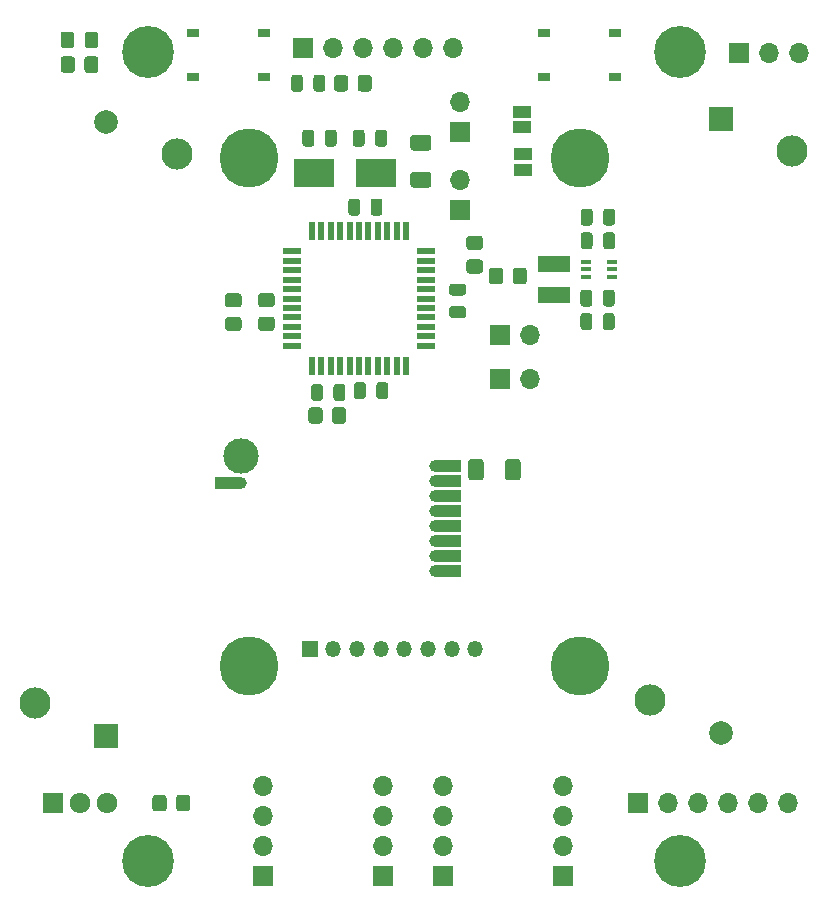
<source format=gbr>
G04 #@! TF.GenerationSoftware,KiCad,Pcbnew,5.1.12-84ad8e8a86~92~ubuntu18.04.1*
G04 #@! TF.CreationDate,2022-01-10T10:47:56+01:00*
G04 #@! TF.ProjectId,HB-UNI-SEN-BATT_ATMega1284P_E07-868MS10_FUEL4EP,48422d55-4e49-42d5-9345-4e2d42415454,rev?*
G04 #@! TF.SameCoordinates,Original*
G04 #@! TF.FileFunction,Soldermask,Top*
G04 #@! TF.FilePolarity,Negative*
%FSLAX46Y46*%
G04 Gerber Fmt 4.6, Leading zero omitted, Abs format (unit mm)*
G04 Created by KiCad (PCBNEW 5.1.12-84ad8e8a86~92~ubuntu18.04.1) date 2022-01-10 10:47:56*
%MOMM*%
%LPD*%
G01*
G04 APERTURE LIST*
%ADD10O,1.717500X1.800000*%
%ADD11R,1.717500X1.800000*%
%ADD12C,5.000000*%
%ADD13O,1.700000X1.700000*%
%ADD14R,1.700000X1.700000*%
%ADD15R,1.500000X1.000000*%
%ADD16R,2.700000X1.400000*%
%ADD17R,0.900000X0.400000*%
%ADD18O,1.350000X1.350000*%
%ADD19R,1.350000X1.350000*%
%ADD20R,3.500000X2.400000*%
%ADD21R,2.000000X2.000000*%
%ADD22C,2.000000*%
%ADD23C,2.640000*%
%ADD24R,1.000000X0.750000*%
%ADD25R,1.500000X0.550000*%
%ADD26R,0.550000X1.500000*%
%ADD27C,3.000000*%
%ADD28R,2.170000X1.000000*%
%ADD29C,1.000000*%
%ADD30C,0.700000*%
%ADD31C,4.400000*%
G04 APERTURE END LIST*
D10*
X112530000Y-144780000D03*
X110240000Y-144780000D03*
D11*
X107950000Y-144780000D03*
D12*
X152510800Y-133200000D03*
X152510800Y-90200000D03*
X124510800Y-133200000D03*
X124510800Y-90200000D03*
D13*
X148336000Y-105219500D03*
D14*
X145796000Y-105219500D03*
D13*
X151130000Y-143380000D03*
X151130000Y-145920000D03*
X151130000Y-148460000D03*
D14*
X151130000Y-151000000D03*
D13*
X142400000Y-92075000D03*
D14*
X142400000Y-94615000D03*
D13*
X142400000Y-85471000D03*
D14*
X142400000Y-88011000D03*
D13*
X171069000Y-81343500D03*
X168529000Y-81343500D03*
D14*
X165989000Y-81343500D03*
D15*
X147688300Y-91188300D03*
X147688300Y-89888300D03*
D16*
X150338120Y-99207200D03*
X150338120Y-101807200D03*
D17*
X153014500Y-100281500D03*
X153014500Y-98981500D03*
X155214500Y-99631500D03*
X153014500Y-99631500D03*
X155214500Y-98981500D03*
X155214500Y-100281500D03*
G36*
G01*
X154501000Y-95679280D02*
X154501000Y-94729280D01*
G75*
G02*
X154751000Y-94479280I250000J0D01*
G01*
X155251000Y-94479280D01*
G75*
G02*
X155501000Y-94729280I0J-250000D01*
G01*
X155501000Y-95679280D01*
G75*
G02*
X155251000Y-95929280I-250000J0D01*
G01*
X154751000Y-95929280D01*
G75*
G02*
X154501000Y-95679280I0J250000D01*
G01*
G37*
G36*
G01*
X152601000Y-95679280D02*
X152601000Y-94729280D01*
G75*
G02*
X152851000Y-94479280I250000J0D01*
G01*
X153351000Y-94479280D01*
G75*
G02*
X153601000Y-94729280I0J-250000D01*
G01*
X153601000Y-95679280D01*
G75*
G02*
X153351000Y-95929280I-250000J0D01*
G01*
X152851000Y-95929280D01*
G75*
G02*
X152601000Y-95679280I0J250000D01*
G01*
G37*
G36*
G01*
X154501000Y-97685880D02*
X154501000Y-96735880D01*
G75*
G02*
X154751000Y-96485880I250000J0D01*
G01*
X155251000Y-96485880D01*
G75*
G02*
X155501000Y-96735880I0J-250000D01*
G01*
X155501000Y-97685880D01*
G75*
G02*
X155251000Y-97935880I-250000J0D01*
G01*
X154751000Y-97935880D01*
G75*
G02*
X154501000Y-97685880I0J250000D01*
G01*
G37*
G36*
G01*
X152601000Y-97685880D02*
X152601000Y-96735880D01*
G75*
G02*
X152851000Y-96485880I250000J0D01*
G01*
X153351000Y-96485880D01*
G75*
G02*
X153601000Y-96735880I0J-250000D01*
G01*
X153601000Y-97685880D01*
G75*
G02*
X153351000Y-97935880I-250000J0D01*
G01*
X152851000Y-97935880D01*
G75*
G02*
X152601000Y-97685880I0J250000D01*
G01*
G37*
G36*
G01*
X154480680Y-104528640D02*
X154480680Y-103578640D01*
G75*
G02*
X154730680Y-103328640I250000J0D01*
G01*
X155230680Y-103328640D01*
G75*
G02*
X155480680Y-103578640I0J-250000D01*
G01*
X155480680Y-104528640D01*
G75*
G02*
X155230680Y-104778640I-250000J0D01*
G01*
X154730680Y-104778640D01*
G75*
G02*
X154480680Y-104528640I0J250000D01*
G01*
G37*
G36*
G01*
X152580680Y-104528640D02*
X152580680Y-103578640D01*
G75*
G02*
X152830680Y-103328640I250000J0D01*
G01*
X153330680Y-103328640D01*
G75*
G02*
X153580680Y-103578640I0J-250000D01*
G01*
X153580680Y-104528640D01*
G75*
G02*
X153330680Y-104778640I-250000J0D01*
G01*
X152830680Y-104778640D01*
G75*
G02*
X152580680Y-104528640I0J250000D01*
G01*
G37*
G36*
G01*
X154480680Y-102532200D02*
X154480680Y-101582200D01*
G75*
G02*
X154730680Y-101332200I250000J0D01*
G01*
X155230680Y-101332200D01*
G75*
G02*
X155480680Y-101582200I0J-250000D01*
G01*
X155480680Y-102532200D01*
G75*
G02*
X155230680Y-102782200I-250000J0D01*
G01*
X154730680Y-102782200D01*
G75*
G02*
X154480680Y-102532200I0J250000D01*
G01*
G37*
G36*
G01*
X152580680Y-102532200D02*
X152580680Y-101582200D01*
G75*
G02*
X152830680Y-101332200I250000J0D01*
G01*
X153330680Y-101332200D01*
G75*
G02*
X153580680Y-101582200I0J-250000D01*
G01*
X153580680Y-102532200D01*
G75*
G02*
X153330680Y-102782200I-250000J0D01*
G01*
X152830680Y-102782200D01*
G75*
G02*
X152580680Y-102532200I0J250000D01*
G01*
G37*
G36*
G01*
X146036080Y-99737759D02*
X146036080Y-100637761D01*
G75*
G02*
X145786081Y-100887760I-249999J0D01*
G01*
X145086079Y-100887760D01*
G75*
G02*
X144836080Y-100637761I0J249999D01*
G01*
X144836080Y-99737759D01*
G75*
G02*
X145086079Y-99487760I249999J0D01*
G01*
X145786081Y-99487760D01*
G75*
G02*
X146036080Y-99737759I0J-249999D01*
G01*
G37*
G36*
G01*
X148036080Y-99737759D02*
X148036080Y-100637761D01*
G75*
G02*
X147786081Y-100887760I-249999J0D01*
G01*
X147086079Y-100887760D01*
G75*
G02*
X146836080Y-100637761I0J249999D01*
G01*
X146836080Y-99737759D01*
G75*
G02*
X147086079Y-99487760I249999J0D01*
G01*
X147786081Y-99487760D01*
G75*
G02*
X148036080Y-99737759I0J-249999D01*
G01*
G37*
G36*
G01*
X144066681Y-97984360D02*
X143166679Y-97984360D01*
G75*
G02*
X142916680Y-97734361I0J249999D01*
G01*
X142916680Y-97034359D01*
G75*
G02*
X143166679Y-96784360I249999J0D01*
G01*
X144066681Y-96784360D01*
G75*
G02*
X144316680Y-97034359I0J-249999D01*
G01*
X144316680Y-97734361D01*
G75*
G02*
X144066681Y-97984360I-249999J0D01*
G01*
G37*
G36*
G01*
X144066681Y-99984360D02*
X143166679Y-99984360D01*
G75*
G02*
X142916680Y-99734361I0J249999D01*
G01*
X142916680Y-99034359D01*
G75*
G02*
X143166679Y-98784360I249999J0D01*
G01*
X144066681Y-98784360D01*
G75*
G02*
X144316680Y-99034359I0J-249999D01*
G01*
X144316680Y-99734361D01*
G75*
G02*
X144066681Y-99984360I-249999J0D01*
G01*
G37*
D18*
X143667000Y-131750000D03*
X141667000Y-131750000D03*
X139667000Y-131750000D03*
X137667000Y-131750000D03*
X135667000Y-131750000D03*
X133667000Y-131750000D03*
X131667000Y-131750000D03*
D19*
X129667000Y-131750000D03*
D20*
X135251500Y-91440000D03*
X130051500Y-91440000D03*
D21*
X112420000Y-139100000D03*
D22*
X112420000Y-87110000D03*
D23*
X118415000Y-89870000D03*
X106425000Y-136350000D03*
D21*
X164490000Y-86860000D03*
D22*
X164490000Y-138850000D03*
D23*
X158495000Y-136090000D03*
X170485000Y-89610000D03*
D24*
X155500000Y-83375000D03*
X149500000Y-83375000D03*
X155500000Y-79625000D03*
X149500000Y-79625000D03*
X119800000Y-79625000D03*
X125800000Y-79625000D03*
X119800000Y-83375000D03*
X125800000Y-83375000D03*
G36*
G01*
X139715003Y-89575200D02*
X138414997Y-89575200D01*
G75*
G02*
X138165000Y-89325203I0J249997D01*
G01*
X138165000Y-88500197D01*
G75*
G02*
X138414997Y-88250200I249997J0D01*
G01*
X139715003Y-88250200D01*
G75*
G02*
X139965000Y-88500197I0J-249997D01*
G01*
X139965000Y-89325203D01*
G75*
G02*
X139715003Y-89575200I-249997J0D01*
G01*
G37*
G36*
G01*
X139715003Y-92700200D02*
X138414997Y-92700200D01*
G75*
G02*
X138165000Y-92450203I0J249997D01*
G01*
X138165000Y-91625197D01*
G75*
G02*
X138414997Y-91375200I249997J0D01*
G01*
X139715003Y-91375200D01*
G75*
G02*
X139965000Y-91625197I0J-249997D01*
G01*
X139965000Y-92450203D01*
G75*
G02*
X139715003Y-92700200I-249997J0D01*
G01*
G37*
G36*
G01*
X144388000Y-115935997D02*
X144388000Y-117236003D01*
G75*
G02*
X144138003Y-117486000I-249997J0D01*
G01*
X143312997Y-117486000D01*
G75*
G02*
X143063000Y-117236003I0J249997D01*
G01*
X143063000Y-115935997D01*
G75*
G02*
X143312997Y-115686000I249997J0D01*
G01*
X144138003Y-115686000D01*
G75*
G02*
X144388000Y-115935997I0J-249997D01*
G01*
G37*
G36*
G01*
X147513000Y-115935997D02*
X147513000Y-117236003D01*
G75*
G02*
X147263003Y-117486000I-249997J0D01*
G01*
X146437997Y-117486000D01*
G75*
G02*
X146188000Y-117236003I0J249997D01*
G01*
X146188000Y-115935997D01*
G75*
G02*
X146437997Y-115686000I249997J0D01*
G01*
X147263003Y-115686000D01*
G75*
G02*
X147513000Y-115935997I0J-249997D01*
G01*
G37*
D25*
X139532600Y-98095300D03*
X139532600Y-98895300D03*
X139532600Y-99695300D03*
X139532600Y-100495300D03*
X139532600Y-101295300D03*
X139532600Y-102095300D03*
X139532600Y-102895300D03*
X139532600Y-103695300D03*
X139532600Y-104495300D03*
X139532600Y-105295300D03*
X139532600Y-106095300D03*
D26*
X137832600Y-107795300D03*
X137032600Y-107795300D03*
X136232600Y-107795300D03*
X135432600Y-107795300D03*
X134632600Y-107795300D03*
X133832600Y-107795300D03*
X133032600Y-107795300D03*
X132232600Y-107795300D03*
X131432600Y-107795300D03*
X130632600Y-107795300D03*
X129832600Y-107795300D03*
D25*
X128132600Y-106095300D03*
X128132600Y-105295300D03*
X128132600Y-104495300D03*
X128132600Y-103695300D03*
X128132600Y-102895300D03*
X128132600Y-102095300D03*
X128132600Y-101295300D03*
X128132600Y-100495300D03*
X128132600Y-99695300D03*
X128132600Y-98895300D03*
X128132600Y-98095300D03*
D26*
X129832600Y-96395300D03*
X130632600Y-96395300D03*
X131432600Y-96395300D03*
X132232600Y-96395300D03*
X133032600Y-96395300D03*
X133832600Y-96395300D03*
X134632600Y-96395300D03*
X135432600Y-96395300D03*
X136232600Y-96395300D03*
X137032600Y-96395300D03*
X137832600Y-96395300D03*
G36*
G01*
X130743500Y-111549999D02*
X130743500Y-112450001D01*
G75*
G02*
X130493501Y-112700000I-249999J0D01*
G01*
X129793499Y-112700000D01*
G75*
G02*
X129543500Y-112450001I0J249999D01*
G01*
X129543500Y-111549999D01*
G75*
G02*
X129793499Y-111300000I249999J0D01*
G01*
X130493501Y-111300000D01*
G75*
G02*
X130743500Y-111549999I0J-249999D01*
G01*
G37*
G36*
G01*
X132743500Y-111549999D02*
X132743500Y-112450001D01*
G75*
G02*
X132493501Y-112700000I-249999J0D01*
G01*
X131793499Y-112700000D01*
G75*
G02*
X131543500Y-112450001I0J249999D01*
G01*
X131543500Y-111549999D01*
G75*
G02*
X131793499Y-111300000I249999J0D01*
G01*
X132493501Y-111300000D01*
G75*
G02*
X132743500Y-111549999I0J-249999D01*
G01*
G37*
G36*
G01*
X125533999Y-103635000D02*
X126434001Y-103635000D01*
G75*
G02*
X126684000Y-103884999I0J-249999D01*
G01*
X126684000Y-104585001D01*
G75*
G02*
X126434001Y-104835000I-249999J0D01*
G01*
X125533999Y-104835000D01*
G75*
G02*
X125284000Y-104585001I0J249999D01*
G01*
X125284000Y-103884999D01*
G75*
G02*
X125533999Y-103635000I249999J0D01*
G01*
G37*
G36*
G01*
X125533999Y-101635000D02*
X126434001Y-101635000D01*
G75*
G02*
X126684000Y-101884999I0J-249999D01*
G01*
X126684000Y-102585001D01*
G75*
G02*
X126434001Y-102835000I-249999J0D01*
G01*
X125533999Y-102835000D01*
G75*
G02*
X125284000Y-102585001I0J249999D01*
G01*
X125284000Y-101884999D01*
G75*
G02*
X125533999Y-101635000I249999J0D01*
G01*
G37*
G36*
G01*
X122739999Y-103651000D02*
X123640001Y-103651000D01*
G75*
G02*
X123890000Y-103900999I0J-249999D01*
G01*
X123890000Y-104601001D01*
G75*
G02*
X123640001Y-104851000I-249999J0D01*
G01*
X122739999Y-104851000D01*
G75*
G02*
X122490000Y-104601001I0J249999D01*
G01*
X122490000Y-103900999D01*
G75*
G02*
X122739999Y-103651000I249999J0D01*
G01*
G37*
G36*
G01*
X122739999Y-101651000D02*
X123640001Y-101651000D01*
G75*
G02*
X123890000Y-101900999I0J-249999D01*
G01*
X123890000Y-102601001D01*
G75*
G02*
X123640001Y-102851000I-249999J0D01*
G01*
X122739999Y-102851000D01*
G75*
G02*
X122490000Y-102601001I0J249999D01*
G01*
X122490000Y-101900999D01*
G75*
G02*
X122739999Y-101651000I249999J0D01*
G01*
G37*
G36*
G01*
X117541600Y-144368099D02*
X117541600Y-145268101D01*
G75*
G02*
X117291601Y-145518100I-249999J0D01*
G01*
X116591599Y-145518100D01*
G75*
G02*
X116341600Y-145268101I0J249999D01*
G01*
X116341600Y-144368099D01*
G75*
G02*
X116591599Y-144118100I249999J0D01*
G01*
X117291601Y-144118100D01*
G75*
G02*
X117541600Y-144368099I0J-249999D01*
G01*
G37*
G36*
G01*
X119541600Y-144368099D02*
X119541600Y-145268101D01*
G75*
G02*
X119291601Y-145518100I-249999J0D01*
G01*
X118591599Y-145518100D01*
G75*
G02*
X118341600Y-145268101I0J249999D01*
G01*
X118341600Y-144368099D01*
G75*
G02*
X118591599Y-144118100I249999J0D01*
G01*
X119291601Y-144118100D01*
G75*
G02*
X119541600Y-144368099I0J-249999D01*
G01*
G37*
G36*
G01*
X132915200Y-83420799D02*
X132915200Y-84320801D01*
G75*
G02*
X132665201Y-84570800I-249999J0D01*
G01*
X131965199Y-84570800D01*
G75*
G02*
X131715200Y-84320801I0J249999D01*
G01*
X131715200Y-83420799D01*
G75*
G02*
X131965199Y-83170800I249999J0D01*
G01*
X132665201Y-83170800D01*
G75*
G02*
X132915200Y-83420799I0J-249999D01*
G01*
G37*
G36*
G01*
X134915200Y-83420799D02*
X134915200Y-84320801D01*
G75*
G02*
X134665201Y-84570800I-249999J0D01*
G01*
X133965199Y-84570800D01*
G75*
G02*
X133715200Y-84320801I0J249999D01*
G01*
X133715200Y-83420799D01*
G75*
G02*
X133965199Y-83170800I249999J0D01*
G01*
X134665201Y-83170800D01*
G75*
G02*
X134915200Y-83420799I0J-249999D01*
G01*
G37*
G36*
G01*
X110572500Y-82746001D02*
X110572500Y-81845999D01*
G75*
G02*
X110822499Y-81596000I249999J0D01*
G01*
X111522501Y-81596000D01*
G75*
G02*
X111772500Y-81845999I0J-249999D01*
G01*
X111772500Y-82746001D01*
G75*
G02*
X111522501Y-82996000I-249999J0D01*
G01*
X110822499Y-82996000D01*
G75*
G02*
X110572500Y-82746001I0J249999D01*
G01*
G37*
G36*
G01*
X108572500Y-82746001D02*
X108572500Y-81845999D01*
G75*
G02*
X108822499Y-81596000I249999J0D01*
G01*
X109522501Y-81596000D01*
G75*
G02*
X109772500Y-81845999I0J-249999D01*
G01*
X109772500Y-82746001D01*
G75*
G02*
X109522501Y-82996000I-249999J0D01*
G01*
X108822499Y-82996000D01*
G75*
G02*
X108572500Y-82746001I0J249999D01*
G01*
G37*
D13*
X141770100Y-80860900D03*
X139230100Y-80860900D03*
X136690100Y-80860900D03*
X134150100Y-80860900D03*
X131610100Y-80860900D03*
D14*
X129070100Y-80860900D03*
G36*
G01*
X110613500Y-80650501D02*
X110613500Y-79750499D01*
G75*
G02*
X110863499Y-79500500I249999J0D01*
G01*
X111513501Y-79500500D01*
G75*
G02*
X111763500Y-79750499I0J-249999D01*
G01*
X111763500Y-80650501D01*
G75*
G02*
X111513501Y-80900500I-249999J0D01*
G01*
X110863499Y-80900500D01*
G75*
G02*
X110613500Y-80650501I0J249999D01*
G01*
G37*
G36*
G01*
X108563500Y-80650501D02*
X108563500Y-79750499D01*
G75*
G02*
X108813499Y-79500500I249999J0D01*
G01*
X109463501Y-79500500D01*
G75*
G02*
X109713500Y-79750499I0J-249999D01*
G01*
X109713500Y-80650501D01*
G75*
G02*
X109463501Y-80900500I-249999J0D01*
G01*
X108813499Y-80900500D01*
G75*
G02*
X108563500Y-80650501I0J249999D01*
G01*
G37*
G36*
G01*
X129074800Y-83395800D02*
X129074800Y-84345800D01*
G75*
G02*
X128824800Y-84595800I-250000J0D01*
G01*
X128324800Y-84595800D01*
G75*
G02*
X128074800Y-84345800I0J250000D01*
G01*
X128074800Y-83395800D01*
G75*
G02*
X128324800Y-83145800I250000J0D01*
G01*
X128824800Y-83145800D01*
G75*
G02*
X129074800Y-83395800I0J-250000D01*
G01*
G37*
G36*
G01*
X130974800Y-83395800D02*
X130974800Y-84345800D01*
G75*
G02*
X130724800Y-84595800I-250000J0D01*
G01*
X130224800Y-84595800D01*
G75*
G02*
X129974800Y-84345800I0J250000D01*
G01*
X129974800Y-83395800D01*
G75*
G02*
X130224800Y-83145800I250000J0D01*
G01*
X130724800Y-83145800D01*
G75*
G02*
X130974800Y-83395800I0J-250000D01*
G01*
G37*
G36*
G01*
X134401100Y-109418100D02*
X134401100Y-110368100D01*
G75*
G02*
X134151100Y-110618100I-250000J0D01*
G01*
X133651100Y-110618100D01*
G75*
G02*
X133401100Y-110368100I0J250000D01*
G01*
X133401100Y-109418100D01*
G75*
G02*
X133651100Y-109168100I250000J0D01*
G01*
X134151100Y-109168100D01*
G75*
G02*
X134401100Y-109418100I0J-250000D01*
G01*
G37*
G36*
G01*
X136301100Y-109418100D02*
X136301100Y-110368100D01*
G75*
G02*
X136051100Y-110618100I-250000J0D01*
G01*
X135551100Y-110618100D01*
G75*
G02*
X135301100Y-110368100I0J250000D01*
G01*
X135301100Y-109418100D01*
G75*
G02*
X135551100Y-109168100I250000J0D01*
G01*
X136051100Y-109168100D01*
G75*
G02*
X136301100Y-109418100I0J-250000D01*
G01*
G37*
G36*
G01*
X134297000Y-88044000D02*
X134297000Y-88994000D01*
G75*
G02*
X134047000Y-89244000I-250000J0D01*
G01*
X133547000Y-89244000D01*
G75*
G02*
X133297000Y-88994000I0J250000D01*
G01*
X133297000Y-88044000D01*
G75*
G02*
X133547000Y-87794000I250000J0D01*
G01*
X134047000Y-87794000D01*
G75*
G02*
X134297000Y-88044000I0J-250000D01*
G01*
G37*
G36*
G01*
X136197000Y-88044000D02*
X136197000Y-88994000D01*
G75*
G02*
X135947000Y-89244000I-250000J0D01*
G01*
X135447000Y-89244000D01*
G75*
G02*
X135197000Y-88994000I0J250000D01*
G01*
X135197000Y-88044000D01*
G75*
G02*
X135447000Y-87794000I250000J0D01*
G01*
X135947000Y-87794000D01*
G75*
G02*
X136197000Y-88044000I0J-250000D01*
G01*
G37*
G36*
G01*
X130942500Y-88994000D02*
X130942500Y-88044000D01*
G75*
G02*
X131192500Y-87794000I250000J0D01*
G01*
X131692500Y-87794000D01*
G75*
G02*
X131942500Y-88044000I0J-250000D01*
G01*
X131942500Y-88994000D01*
G75*
G02*
X131692500Y-89244000I-250000J0D01*
G01*
X131192500Y-89244000D01*
G75*
G02*
X130942500Y-88994000I0J250000D01*
G01*
G37*
G36*
G01*
X129042500Y-88994000D02*
X129042500Y-88044000D01*
G75*
G02*
X129292500Y-87794000I250000J0D01*
G01*
X129792500Y-87794000D01*
G75*
G02*
X130042500Y-88044000I0J-250000D01*
G01*
X130042500Y-88994000D01*
G75*
G02*
X129792500Y-89244000I-250000J0D01*
G01*
X129292500Y-89244000D01*
G75*
G02*
X129042500Y-88994000I0J250000D01*
G01*
G37*
G36*
G01*
X133916000Y-93886000D02*
X133916000Y-94836000D01*
G75*
G02*
X133666000Y-95086000I-250000J0D01*
G01*
X133166000Y-95086000D01*
G75*
G02*
X132916000Y-94836000I0J250000D01*
G01*
X132916000Y-93886000D01*
G75*
G02*
X133166000Y-93636000I250000J0D01*
G01*
X133666000Y-93636000D01*
G75*
G02*
X133916000Y-93886000I0J-250000D01*
G01*
G37*
G36*
G01*
X135816000Y-93886000D02*
X135816000Y-94836000D01*
G75*
G02*
X135566000Y-95086000I-250000J0D01*
G01*
X135066000Y-95086000D01*
G75*
G02*
X134816000Y-94836000I0J250000D01*
G01*
X134816000Y-93886000D01*
G75*
G02*
X135066000Y-93636000I250000J0D01*
G01*
X135566000Y-93636000D01*
G75*
G02*
X135816000Y-93886000I0J-250000D01*
G01*
G37*
G36*
G01*
X142651500Y-101848500D02*
X141701500Y-101848500D01*
G75*
G02*
X141451500Y-101598500I0J250000D01*
G01*
X141451500Y-101098500D01*
G75*
G02*
X141701500Y-100848500I250000J0D01*
G01*
X142651500Y-100848500D01*
G75*
G02*
X142901500Y-101098500I0J-250000D01*
G01*
X142901500Y-101598500D01*
G75*
G02*
X142651500Y-101848500I-250000J0D01*
G01*
G37*
G36*
G01*
X142651500Y-103748500D02*
X141701500Y-103748500D01*
G75*
G02*
X141451500Y-103498500I0J250000D01*
G01*
X141451500Y-102998500D01*
G75*
G02*
X141701500Y-102748500I250000J0D01*
G01*
X142651500Y-102748500D01*
G75*
G02*
X142901500Y-102998500I0J-250000D01*
G01*
X142901500Y-103498500D01*
G75*
G02*
X142651500Y-103748500I-250000J0D01*
G01*
G37*
G36*
G01*
X130768900Y-109575000D02*
X130768900Y-110525000D01*
G75*
G02*
X130518900Y-110775000I-250000J0D01*
G01*
X130018900Y-110775000D01*
G75*
G02*
X129768900Y-110525000I0J250000D01*
G01*
X129768900Y-109575000D01*
G75*
G02*
X130018900Y-109325000I250000J0D01*
G01*
X130518900Y-109325000D01*
G75*
G02*
X130768900Y-109575000I0J-250000D01*
G01*
G37*
G36*
G01*
X132668900Y-109575000D02*
X132668900Y-110525000D01*
G75*
G02*
X132418900Y-110775000I-250000J0D01*
G01*
X131918900Y-110775000D01*
G75*
G02*
X131668900Y-110525000I0J250000D01*
G01*
X131668900Y-109575000D01*
G75*
G02*
X131918900Y-109325000I250000J0D01*
G01*
X132418900Y-109325000D01*
G75*
G02*
X132668900Y-109575000I0J-250000D01*
G01*
G37*
D27*
X123800000Y-115470000D03*
D28*
X122715000Y-117750000D03*
D29*
X123800000Y-117750000D03*
D28*
X141345000Y-116310000D03*
X141345000Y-117580000D03*
X141345000Y-118850000D03*
X141345000Y-120120000D03*
X141345000Y-121390000D03*
X141345000Y-122660000D03*
X141345000Y-123930000D03*
X141345000Y-125200000D03*
D29*
X140260000Y-116310000D03*
X140260000Y-117580000D03*
X140260000Y-118850000D03*
X140260000Y-120120000D03*
X140260000Y-121390000D03*
X140260000Y-122660000D03*
X140260000Y-123930000D03*
X140260000Y-125200000D03*
D30*
X162272800Y-148477200D03*
X161000000Y-147950000D03*
X159727200Y-148477200D03*
X159200000Y-149750000D03*
X159727200Y-151022800D03*
X161000000Y-151550000D03*
X162272800Y-151022800D03*
X162800000Y-149750000D03*
D31*
X161000000Y-149750000D03*
D30*
X117272800Y-148477200D03*
X116000000Y-147950000D03*
X114727200Y-148477200D03*
X114200000Y-149750000D03*
X114727200Y-151022800D03*
X116000000Y-151550000D03*
X117272800Y-151022800D03*
X117800000Y-149750000D03*
D31*
X116000000Y-149750000D03*
D30*
X162272800Y-79977200D03*
X161000000Y-79450000D03*
X159727200Y-79977200D03*
X159200000Y-81250000D03*
X159727200Y-82522800D03*
X161000000Y-83050000D03*
X162272800Y-82522800D03*
X162800000Y-81250000D03*
D31*
X161000000Y-81250000D03*
D30*
X117272800Y-79977200D03*
X116000000Y-79450000D03*
X114727200Y-79977200D03*
X114200000Y-81250000D03*
X114727200Y-82522800D03*
X116000000Y-83050000D03*
X117272800Y-82522800D03*
X117800000Y-81250000D03*
D31*
X116000000Y-81250000D03*
D15*
X147637500Y-87581500D03*
X147637500Y-86281500D03*
D13*
X140970000Y-143383000D03*
X140970000Y-145923000D03*
X140970000Y-148463000D03*
D14*
X140970000Y-151003000D03*
D13*
X135890000Y-143383000D03*
X135890000Y-145923000D03*
X135890000Y-148463000D03*
D14*
X135890000Y-151003000D03*
D13*
X125730000Y-143380000D03*
X125730000Y-145920000D03*
X125730000Y-148460000D03*
D14*
X125730000Y-151000000D03*
D13*
X170180000Y-144780000D03*
X167640000Y-144780000D03*
X165100000Y-144780000D03*
X162560000Y-144780000D03*
X160020000Y-144780000D03*
D14*
X157480000Y-144780000D03*
D13*
X148336000Y-108902500D03*
D14*
X145796000Y-108902500D03*
M02*

</source>
